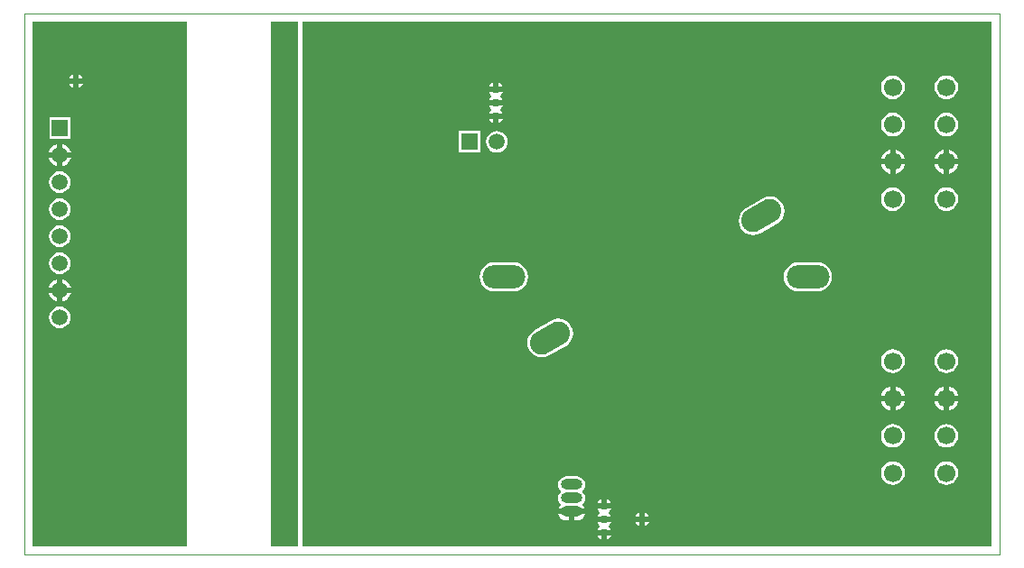
<source format=gbl>
G04*
G04 #@! TF.GenerationSoftware,Altium Limited,Altium Designer,19.1.8 (144)*
G04*
G04 Layer_Physical_Order=2*
G04 Layer_Color=16711680*
%FSLAX25Y25*%
%MOIN*%
G70*
G01*
G75*
%ADD19C,0.00010*%
%ADD60C,0.05906*%
%ADD61R,0.05906X0.05906*%
G04:AMPARAMS|DCode=62|XSize=157.48mil|YSize=86.61mil|CornerRadius=0mil|HoleSize=0mil|Usage=FLASHONLY|Rotation=210.000|XOffset=0mil|YOffset=0mil|HoleType=Round|Shape=Round|*
%AMOVALD62*
21,1,0.07087,0.08661,0.00000,0.00000,210.0*
1,1,0.08661,0.03069,0.01772*
1,1,0.08661,-0.03069,-0.01772*
%
%ADD62OVALD62*%

%ADD63O,0.15748X0.08661*%
%ADD64C,0.06693*%
%ADD65O,0.07874X0.03937*%
%ADD66O,0.07874X0.03937*%
%ADD67R,0.05906X0.05906*%
%ADD68C,0.03000*%
%ADD69C,0.02400*%
G36*
X60000Y196974D02*
Y3026D01*
X3026D01*
Y196974D01*
X60000D01*
D02*
G37*
G36*
X100971D02*
Y3026D01*
X100500Y3026D01*
X91148D01*
Y196974D01*
X100971D01*
D02*
G37*
G36*
X356974Y196974D02*
X356974Y3026D01*
X102500Y3026D01*
Y196974D01*
X356974Y196974D01*
D02*
G37*
%LPC*%
G36*
X20000Y177508D02*
Y176000D01*
X21508D01*
X21358Y176362D01*
X20926Y176926D01*
X20362Y177358D01*
X20000Y177508D01*
D02*
G37*
G36*
X18000D02*
X17638Y177358D01*
X17074Y176926D01*
X16642Y176362D01*
X16492Y176000D01*
X18000D01*
Y177508D01*
D02*
G37*
G36*
X21508Y174000D02*
X20000D01*
Y172492D01*
X20362Y172642D01*
X20926Y173074D01*
X21358Y173638D01*
X21508Y174000D01*
D02*
G37*
G36*
X18000D02*
X16492D01*
X16642Y173638D01*
X17074Y173074D01*
X17638Y172642D01*
X18000Y172492D01*
Y174000D01*
D02*
G37*
G36*
X17063Y161610D02*
X9157D01*
Y153705D01*
X17063D01*
Y161610D01*
D02*
G37*
G36*
X14110Y151714D02*
Y148658D01*
X17167D01*
X17156Y148742D01*
X16738Y149752D01*
X16072Y150619D01*
X15204Y151285D01*
X14194Y151703D01*
X14110Y151714D01*
D02*
G37*
G36*
X12110D02*
X12026Y151703D01*
X11016Y151285D01*
X10148Y150619D01*
X9483Y149752D01*
X9064Y148742D01*
X9053Y148658D01*
X12110D01*
Y151714D01*
D02*
G37*
G36*
X17167Y146658D02*
X14110D01*
Y143600D01*
X14194Y143612D01*
X15204Y144030D01*
X16072Y144696D01*
X16738Y145563D01*
X17156Y146573D01*
X17167Y146658D01*
D02*
G37*
G36*
X12110D02*
X9053D01*
X9064Y146573D01*
X9483Y145563D01*
X10148Y144696D01*
X11016Y144030D01*
X12026Y143612D01*
X12110Y143600D01*
Y146658D01*
D02*
G37*
G36*
X13110Y141644D02*
X12078Y141508D01*
X11117Y141110D01*
X10291Y140477D01*
X9657Y139651D01*
X9259Y138689D01*
X9123Y137657D01*
X9259Y136626D01*
X9657Y135664D01*
X10291Y134838D01*
X11117Y134205D01*
X12078Y133807D01*
X13110Y133671D01*
X14142Y133807D01*
X15104Y134205D01*
X15929Y134838D01*
X16563Y135664D01*
X16961Y136626D01*
X17097Y137657D01*
X16961Y138689D01*
X16563Y139651D01*
X15929Y140477D01*
X15104Y141110D01*
X14142Y141508D01*
X13110Y141644D01*
D02*
G37*
G36*
Y131644D02*
X12078Y131509D01*
X11117Y131110D01*
X10291Y130477D01*
X9657Y129651D01*
X9259Y128689D01*
X9123Y127657D01*
X9259Y126626D01*
X9657Y125664D01*
X10291Y124838D01*
X11117Y124205D01*
X12078Y123807D01*
X13110Y123671D01*
X14142Y123807D01*
X15104Y124205D01*
X15929Y124838D01*
X16563Y125664D01*
X16961Y126626D01*
X17097Y127657D01*
X16961Y128689D01*
X16563Y129651D01*
X15929Y130477D01*
X15104Y131110D01*
X14142Y131509D01*
X13110Y131644D01*
D02*
G37*
G36*
Y121644D02*
X12078Y121509D01*
X11117Y121110D01*
X10291Y120477D01*
X9657Y119651D01*
X9259Y118689D01*
X9123Y117657D01*
X9259Y116626D01*
X9657Y115664D01*
X10291Y114838D01*
X11117Y114205D01*
X12078Y113806D01*
X13110Y113671D01*
X14142Y113806D01*
X15104Y114205D01*
X15929Y114838D01*
X16563Y115664D01*
X16961Y116626D01*
X17097Y117657D01*
X16961Y118689D01*
X16563Y119651D01*
X15929Y120477D01*
X15104Y121110D01*
X14142Y121509D01*
X13110Y121644D01*
D02*
G37*
G36*
Y111644D02*
X12078Y111509D01*
X11117Y111110D01*
X10291Y110477D01*
X9657Y109651D01*
X9259Y108689D01*
X9123Y107658D01*
X9259Y106626D01*
X9657Y105664D01*
X10291Y104838D01*
X11117Y104205D01*
X12078Y103806D01*
X13110Y103671D01*
X14142Y103806D01*
X15104Y104205D01*
X15929Y104838D01*
X16563Y105664D01*
X16961Y106626D01*
X17097Y107658D01*
X16961Y108689D01*
X16563Y109651D01*
X15929Y110477D01*
X15104Y111110D01*
X14142Y111509D01*
X13110Y111644D01*
D02*
G37*
G36*
X14110Y101714D02*
Y98658D01*
X17167D01*
X17156Y98742D01*
X16738Y99752D01*
X16072Y100619D01*
X15204Y101285D01*
X14194Y101703D01*
X14110Y101714D01*
D02*
G37*
G36*
X12110D02*
X12026Y101703D01*
X11016Y101285D01*
X10148Y100619D01*
X9483Y99752D01*
X9064Y98742D01*
X9053Y98658D01*
X12110D01*
Y101714D01*
D02*
G37*
G36*
X17167Y96658D02*
X14110D01*
Y93600D01*
X14194Y93612D01*
X15204Y94030D01*
X16072Y94696D01*
X16738Y95563D01*
X17156Y96573D01*
X17167Y96658D01*
D02*
G37*
G36*
X12110D02*
X9053D01*
X9064Y96573D01*
X9483Y95563D01*
X10148Y94696D01*
X11016Y94030D01*
X12026Y93612D01*
X12110Y93600D01*
Y96658D01*
D02*
G37*
G36*
X13110Y91644D02*
X12078Y91509D01*
X11117Y91110D01*
X10291Y90477D01*
X9657Y89651D01*
X9259Y88689D01*
X9123Y87657D01*
X9259Y86626D01*
X9657Y85664D01*
X10291Y84838D01*
X11117Y84205D01*
X12078Y83807D01*
X13110Y83671D01*
X14142Y83807D01*
X15104Y84205D01*
X15929Y84838D01*
X16563Y85664D01*
X16961Y86626D01*
X17097Y87657D01*
X16961Y88689D01*
X16563Y89651D01*
X15929Y90477D01*
X15104Y91110D01*
X14142Y91509D01*
X13110Y91644D01*
D02*
G37*
G36*
X175000Y174508D02*
Y173000D01*
X176508D01*
X176358Y173362D01*
X175926Y173926D01*
X175362Y174358D01*
X175000Y174508D01*
D02*
G37*
G36*
X173000D02*
X172638Y174358D01*
X172074Y173926D01*
X171642Y173362D01*
X171492Y173000D01*
X173000D01*
Y174508D01*
D02*
G37*
G36*
X340295Y177101D02*
X339161Y176951D01*
X338103Y176513D01*
X337195Y175817D01*
X336499Y174908D01*
X336061Y173851D01*
X335911Y172716D01*
X336061Y171582D01*
X336499Y170525D01*
X337195Y169617D01*
X338103Y168920D01*
X339161Y168482D01*
X340295Y168333D01*
X341430Y168482D01*
X342487Y168920D01*
X343395Y169617D01*
X344092Y170525D01*
X344530Y171582D01*
X344679Y172716D01*
X344530Y173851D01*
X344092Y174908D01*
X343395Y175817D01*
X342487Y176513D01*
X341430Y176951D01*
X340295Y177101D01*
D02*
G37*
G36*
X320610D02*
X319476Y176951D01*
X318418Y176513D01*
X317510Y175817D01*
X316814Y174908D01*
X316376Y173851D01*
X316226Y172716D01*
X316376Y171582D01*
X316814Y170525D01*
X317510Y169617D01*
X318418Y168920D01*
X319476Y168482D01*
X320610Y168333D01*
X321745Y168482D01*
X322802Y168920D01*
X323710Y169617D01*
X324407Y170525D01*
X324845Y171582D01*
X324994Y172716D01*
X324845Y173851D01*
X324407Y174908D01*
X323710Y175817D01*
X322802Y176513D01*
X321745Y176951D01*
X320610Y177101D01*
D02*
G37*
G36*
X176508Y171000D02*
X171492D01*
X171642Y170638D01*
X172074Y170074D01*
X172429Y169802D01*
X172450Y169758D01*
Y169242D01*
X172429Y169198D01*
X172074Y168926D01*
X171642Y168362D01*
X171492Y168000D01*
X176508D01*
X176358Y168362D01*
X175926Y168926D01*
X175571Y169198D01*
X175550Y169242D01*
Y169758D01*
X175571Y169802D01*
X175926Y170074D01*
X176358Y170638D01*
X176508Y171000D01*
D02*
G37*
G36*
Y166000D02*
X171492D01*
X171642Y165638D01*
X172074Y165074D01*
X172429Y164802D01*
X172450Y164758D01*
Y164242D01*
X172429Y164198D01*
X172074Y163926D01*
X171642Y163362D01*
X171492Y163000D01*
X176508D01*
X176358Y163362D01*
X175926Y163926D01*
X175571Y164198D01*
X175550Y164242D01*
Y164758D01*
X175571Y164802D01*
X175926Y165074D01*
X176358Y165638D01*
X176508Y166000D01*
D02*
G37*
G36*
Y161000D02*
X175000D01*
Y159492D01*
X175362Y159642D01*
X175926Y160074D01*
X176358Y160638D01*
X176508Y161000D01*
D02*
G37*
G36*
X173000D02*
X171492D01*
X171642Y160638D01*
X172074Y160074D01*
X172638Y159642D01*
X173000Y159492D01*
Y161000D01*
D02*
G37*
G36*
X340295Y163321D02*
X339161Y163172D01*
X338103Y162734D01*
X337195Y162037D01*
X336499Y161129D01*
X336061Y160072D01*
X335911Y158937D01*
X336061Y157802D01*
X336499Y156745D01*
X337195Y155837D01*
X338103Y155140D01*
X339161Y154702D01*
X340295Y154553D01*
X341430Y154702D01*
X342487Y155140D01*
X343395Y155837D01*
X344092Y156745D01*
X344530Y157802D01*
X344679Y158937D01*
X344530Y160072D01*
X344092Y161129D01*
X343395Y162037D01*
X342487Y162734D01*
X341430Y163172D01*
X340295Y163321D01*
D02*
G37*
G36*
X320610D02*
X319476Y163172D01*
X318418Y162734D01*
X317510Y162037D01*
X316814Y161129D01*
X316376Y160072D01*
X316226Y158937D01*
X316376Y157802D01*
X316814Y156745D01*
X317510Y155837D01*
X318418Y155140D01*
X319476Y154702D01*
X320610Y154553D01*
X321745Y154702D01*
X322802Y155140D01*
X323710Y155837D01*
X324407Y156745D01*
X324845Y157802D01*
X324994Y158937D01*
X324845Y160072D01*
X324407Y161129D01*
X323710Y162037D01*
X322802Y162734D01*
X321745Y163172D01*
X320610Y163321D01*
D02*
G37*
G36*
X168323Y156512D02*
X160417D01*
Y148606D01*
X168323D01*
Y156512D01*
D02*
G37*
G36*
X174370Y156546D02*
X173338Y156410D01*
X172377Y156012D01*
X171551Y155378D01*
X170917Y154552D01*
X170519Y153591D01*
X170383Y152559D01*
X170519Y151527D01*
X170917Y150566D01*
X171551Y149740D01*
X172377Y149106D01*
X173338Y148708D01*
X174370Y148572D01*
X175402Y148708D01*
X176364Y149106D01*
X177189Y149740D01*
X177823Y150566D01*
X178221Y151527D01*
X178357Y152559D01*
X178221Y153591D01*
X177823Y154552D01*
X177189Y155378D01*
X176364Y156012D01*
X175402Y156410D01*
X174370Y156546D01*
D02*
G37*
G36*
X341295Y149611D02*
Y146158D01*
X344749D01*
X344725Y146344D01*
X344267Y147450D01*
X343538Y148400D01*
X342588Y149129D01*
X341482Y149587D01*
X341295Y149611D01*
D02*
G37*
G36*
X321610D02*
Y146158D01*
X325064D01*
X325040Y146344D01*
X324582Y147450D01*
X323853Y148400D01*
X322903Y149129D01*
X321797Y149587D01*
X321610Y149611D01*
D02*
G37*
G36*
X339295D02*
X339108Y149587D01*
X338002Y149129D01*
X337053Y148400D01*
X336324Y147450D01*
X335866Y146344D01*
X335841Y146158D01*
X339295D01*
Y149611D01*
D02*
G37*
G36*
X319610D02*
X319423Y149587D01*
X318317Y149129D01*
X317368Y148400D01*
X316639Y147450D01*
X316181Y146344D01*
X316156Y146158D01*
X319610D01*
Y149611D01*
D02*
G37*
G36*
X325064Y144158D02*
X321610D01*
Y140703D01*
X321797Y140728D01*
X322903Y141186D01*
X323853Y141915D01*
X324582Y142865D01*
X325040Y143971D01*
X325064Y144158D01*
D02*
G37*
G36*
X344749D02*
X341295D01*
Y140703D01*
X341482Y140728D01*
X342588Y141186D01*
X343538Y141915D01*
X344267Y142865D01*
X344725Y143971D01*
X344749Y144158D01*
D02*
G37*
G36*
X339295D02*
X335841D01*
X335866Y143971D01*
X336324Y142865D01*
X337053Y141915D01*
X338002Y141186D01*
X339108Y140728D01*
X339295Y140703D01*
Y144158D01*
D02*
G37*
G36*
X319610D02*
X316156D01*
X316181Y143971D01*
X316639Y142865D01*
X317368Y141915D01*
X318317Y141186D01*
X319423Y140728D01*
X319610Y140703D01*
Y144158D01*
D02*
G37*
G36*
X340295Y135762D02*
X339161Y135612D01*
X338103Y135175D01*
X337195Y134478D01*
X336499Y133570D01*
X336061Y132513D01*
X335911Y131378D01*
X336061Y130243D01*
X336499Y129186D01*
X337195Y128278D01*
X338103Y127581D01*
X339161Y127143D01*
X340295Y126994D01*
X341430Y127143D01*
X342487Y127581D01*
X343395Y128278D01*
X344092Y129186D01*
X344530Y130243D01*
X344679Y131378D01*
X344530Y132513D01*
X344092Y133570D01*
X343395Y134478D01*
X342487Y135175D01*
X341430Y135612D01*
X340295Y135762D01*
D02*
G37*
G36*
X320610D02*
X319476Y135612D01*
X318418Y135175D01*
X317510Y134478D01*
X316814Y133570D01*
X316376Y132513D01*
X316226Y131378D01*
X316376Y130243D01*
X316814Y129186D01*
X317510Y128278D01*
X318418Y127581D01*
X319476Y127143D01*
X320610Y126994D01*
X321745Y127143D01*
X322802Y127581D01*
X323710Y128278D01*
X324407Y129186D01*
X324845Y130243D01*
X324994Y131378D01*
X324845Y132513D01*
X324407Y133570D01*
X323710Y134478D01*
X322802Y135175D01*
X321745Y135612D01*
X320610Y135762D01*
D02*
G37*
G36*
X275218Y132345D02*
X273827Y132162D01*
X272530Y131625D01*
X266393Y128082D01*
X265279Y127227D01*
X264425Y126114D01*
X263888Y124817D01*
X263704Y123425D01*
X263888Y122034D01*
X264425Y120737D01*
X265279Y119623D01*
X266393Y118769D01*
X267689Y118232D01*
X269081Y118049D01*
X270473Y118232D01*
X271769Y118769D01*
X277907Y122312D01*
X279020Y123167D01*
X279875Y124280D01*
X280412Y125577D01*
X280595Y126969D01*
X280412Y128360D01*
X279875Y129657D01*
X279020Y130770D01*
X277907Y131625D01*
X276610Y132162D01*
X275218Y132345D01*
D02*
G37*
G36*
X292756Y108034D02*
X285669D01*
X284278Y107851D01*
X282981Y107314D01*
X281867Y106459D01*
X281013Y105346D01*
X280476Y104049D01*
X280293Y102657D01*
X280476Y101266D01*
X281013Y99969D01*
X281867Y98856D01*
X282981Y98001D01*
X284278Y97464D01*
X285669Y97281D01*
X292756D01*
X294147Y97464D01*
X295444Y98001D01*
X296558Y98856D01*
X297412Y99969D01*
X297949Y101266D01*
X298133Y102657D01*
X297949Y104049D01*
X297412Y105346D01*
X296558Y106459D01*
X295444Y107314D01*
X294147Y107851D01*
X292756Y108034D01*
D02*
G37*
G36*
X180551D02*
X173465D01*
X172073Y107851D01*
X170776Y107314D01*
X169663Y106459D01*
X168808Y105346D01*
X168271Y104049D01*
X168088Y102657D01*
X168271Y101266D01*
X168808Y99969D01*
X169663Y98856D01*
X170776Y98001D01*
X172073Y97464D01*
X173465Y97281D01*
X180551D01*
X181943Y97464D01*
X183239Y98001D01*
X184353Y98856D01*
X185207Y99969D01*
X185745Y101266D01*
X185928Y102657D01*
X185745Y104049D01*
X185207Y105346D01*
X184353Y106459D01*
X183239Y107314D01*
X181943Y107851D01*
X180551Y108034D01*
D02*
G37*
G36*
X197140Y87168D02*
X195748Y86985D01*
X194451Y86448D01*
X188314Y82904D01*
X187200Y82050D01*
X186346Y80936D01*
X185809Y79640D01*
X185626Y78248D01*
X185809Y76856D01*
X186346Y75560D01*
X187200Y74446D01*
X188314Y73592D01*
X189611Y73054D01*
X191002Y72871D01*
X192394Y73054D01*
X193691Y73592D01*
X199828Y77135D01*
X200941Y77989D01*
X201796Y79103D01*
X202333Y80400D01*
X202516Y81791D01*
X202333Y83183D01*
X201796Y84480D01*
X200941Y85593D01*
X199828Y86448D01*
X198531Y86985D01*
X197140Y87168D01*
D02*
G37*
G36*
X340295Y75821D02*
X339161Y75672D01*
X338103Y75234D01*
X337195Y74537D01*
X336499Y73629D01*
X336061Y72572D01*
X335911Y71437D01*
X336061Y70302D01*
X336499Y69245D01*
X337195Y68337D01*
X338103Y67640D01*
X339161Y67202D01*
X340295Y67053D01*
X341430Y67202D01*
X342487Y67640D01*
X343395Y68337D01*
X344092Y69245D01*
X344530Y70302D01*
X344679Y71437D01*
X344530Y72572D01*
X344092Y73629D01*
X343395Y74537D01*
X342487Y75234D01*
X341430Y75672D01*
X340295Y75821D01*
D02*
G37*
G36*
X320610D02*
X319476Y75672D01*
X318418Y75234D01*
X317510Y74537D01*
X316814Y73629D01*
X316376Y72572D01*
X316226Y71437D01*
X316376Y70302D01*
X316814Y69245D01*
X317510Y68337D01*
X318418Y67640D01*
X319476Y67202D01*
X320610Y67053D01*
X321745Y67202D01*
X322802Y67640D01*
X323710Y68337D01*
X324407Y69245D01*
X324845Y70302D01*
X324994Y71437D01*
X324845Y72572D01*
X324407Y73629D01*
X323710Y74537D01*
X322802Y75234D01*
X321745Y75672D01*
X320610Y75821D01*
D02*
G37*
G36*
X341295Y62112D02*
Y58657D01*
X344749D01*
X344725Y58844D01*
X344267Y59950D01*
X343538Y60900D01*
X342588Y61629D01*
X341482Y62087D01*
X341295Y62112D01*
D02*
G37*
G36*
X321610D02*
Y58657D01*
X325064D01*
X325040Y58844D01*
X324582Y59950D01*
X323853Y60900D01*
X322903Y61629D01*
X321797Y62087D01*
X321610Y62112D01*
D02*
G37*
G36*
X339295D02*
X339108Y62087D01*
X338002Y61629D01*
X337053Y60900D01*
X336324Y59950D01*
X335866Y58844D01*
X335841Y58657D01*
X339295D01*
Y62112D01*
D02*
G37*
G36*
X319610D02*
X319423Y62087D01*
X318317Y61629D01*
X317368Y60900D01*
X316639Y59950D01*
X316181Y58844D01*
X316156Y58657D01*
X319610D01*
Y62112D01*
D02*
G37*
G36*
X344749Y56657D02*
X341295D01*
Y53203D01*
X341482Y53228D01*
X342588Y53686D01*
X343538Y54415D01*
X344267Y55365D01*
X344725Y56471D01*
X344749Y56657D01*
D02*
G37*
G36*
X325064D02*
X321610D01*
Y53203D01*
X321797Y53228D01*
X322903Y53686D01*
X323853Y54415D01*
X324582Y55365D01*
X325040Y56471D01*
X325064Y56657D01*
D02*
G37*
G36*
X339295D02*
X335841D01*
X335866Y56471D01*
X336324Y55365D01*
X337053Y54415D01*
X338002Y53686D01*
X339108Y53228D01*
X339295Y53203D01*
Y56657D01*
D02*
G37*
G36*
X319610D02*
X316156D01*
X316181Y56471D01*
X316639Y55365D01*
X317368Y54415D01*
X318317Y53686D01*
X319423Y53228D01*
X319610Y53203D01*
Y56657D01*
D02*
G37*
G36*
X340295Y48262D02*
X339161Y48112D01*
X338103Y47675D01*
X337195Y46978D01*
X336499Y46070D01*
X336061Y45013D01*
X335911Y43878D01*
X336061Y42743D01*
X336499Y41686D01*
X337195Y40778D01*
X338103Y40081D01*
X339161Y39643D01*
X340295Y39494D01*
X341430Y39643D01*
X342487Y40081D01*
X343395Y40778D01*
X344092Y41686D01*
X344530Y42743D01*
X344679Y43878D01*
X344530Y45013D01*
X344092Y46070D01*
X343395Y46978D01*
X342487Y47675D01*
X341430Y48112D01*
X340295Y48262D01*
D02*
G37*
G36*
X320610D02*
X319476Y48112D01*
X318418Y47675D01*
X317510Y46978D01*
X316814Y46070D01*
X316376Y45013D01*
X316226Y43878D01*
X316376Y42743D01*
X316814Y41686D01*
X317510Y40778D01*
X318418Y40081D01*
X319476Y39643D01*
X320610Y39494D01*
X321745Y39643D01*
X322802Y40081D01*
X323710Y40778D01*
X324407Y41686D01*
X324845Y42743D01*
X324994Y43878D01*
X324845Y45013D01*
X324407Y46070D01*
X323710Y46978D01*
X322802Y47675D01*
X321745Y48112D01*
X320610Y48262D01*
D02*
G37*
G36*
X340295Y34482D02*
X339161Y34333D01*
X338103Y33895D01*
X337195Y33198D01*
X336499Y32290D01*
X336061Y31233D01*
X335911Y30098D01*
X336061Y28964D01*
X336499Y27907D01*
X337195Y26998D01*
X338103Y26302D01*
X339161Y25864D01*
X340295Y25714D01*
X341430Y25864D01*
X342487Y26302D01*
X343395Y26998D01*
X344092Y27907D01*
X344530Y28964D01*
X344679Y30098D01*
X344530Y31233D01*
X344092Y32290D01*
X343395Y33198D01*
X342487Y33895D01*
X341430Y34333D01*
X340295Y34482D01*
D02*
G37*
G36*
X320610D02*
X319476Y34333D01*
X318418Y33895D01*
X317510Y33198D01*
X316814Y32290D01*
X316376Y31233D01*
X316226Y30098D01*
X316376Y28964D01*
X316814Y27907D01*
X317510Y26998D01*
X318418Y26302D01*
X319476Y25864D01*
X320610Y25714D01*
X321745Y25864D01*
X322802Y26302D01*
X323710Y26998D01*
X324407Y27907D01*
X324845Y28964D01*
X324994Y30098D01*
X324845Y31233D01*
X324407Y32290D01*
X323710Y33198D01*
X322802Y33895D01*
X321745Y34333D01*
X320610Y34482D01*
D02*
G37*
G36*
X215000Y20508D02*
Y19000D01*
X216508D01*
X216358Y19362D01*
X215926Y19926D01*
X215362Y20358D01*
X215000Y20508D01*
D02*
G37*
G36*
X213000D02*
X212638Y20358D01*
X212074Y19926D01*
X211642Y19362D01*
X211492Y19000D01*
X213000D01*
Y20508D01*
D02*
G37*
G36*
X203976Y28860D02*
X200039D01*
X199264Y28758D01*
X198542Y28459D01*
X197922Y27983D01*
X197446Y27363D01*
X197147Y26641D01*
X197045Y25866D01*
X197147Y25091D01*
X197446Y24369D01*
X197922Y23749D01*
X198095Y23616D01*
Y23116D01*
X197922Y22983D01*
X197446Y22363D01*
X197147Y21641D01*
X197045Y20866D01*
X197147Y20091D01*
X197446Y19369D01*
X197922Y18749D01*
X197931Y18742D01*
Y18242D01*
X197780Y18126D01*
X197272Y17464D01*
X197024Y16866D01*
X202008D01*
X206992D01*
X206744Y17464D01*
X206236Y18126D01*
X206085Y18242D01*
Y18742D01*
X206094Y18749D01*
X206569Y19369D01*
X206869Y20091D01*
X206971Y20866D01*
X206869Y21641D01*
X206569Y22363D01*
X206094Y22983D01*
X205920Y23116D01*
Y23616D01*
X206094Y23749D01*
X206569Y24369D01*
X206869Y25091D01*
X206971Y25866D01*
X206869Y26641D01*
X206569Y27363D01*
X206094Y27983D01*
X205473Y28459D01*
X204751Y28758D01*
X203976Y28860D01*
D02*
G37*
G36*
X229000Y15508D02*
Y14000D01*
X230508D01*
X230358Y14362D01*
X229926Y14926D01*
X229362Y15358D01*
X229000Y15508D01*
D02*
G37*
G36*
X227000D02*
X226638Y15358D01*
X226074Y14926D01*
X225642Y14362D01*
X225492Y14000D01*
X227000D01*
Y15508D01*
D02*
G37*
G36*
X216508Y17000D02*
X211492D01*
X211642Y16638D01*
X212074Y16074D01*
X212429Y15802D01*
X212450Y15758D01*
Y15242D01*
X212429Y15198D01*
X212074Y14926D01*
X211642Y14362D01*
X211492Y14000D01*
X216508D01*
X216358Y14362D01*
X215926Y14926D01*
X215571Y15198D01*
X215550Y15242D01*
Y15758D01*
X215571Y15802D01*
X215926Y16074D01*
X216358Y16638D01*
X216508Y17000D01*
D02*
G37*
G36*
X206992Y14866D02*
X203008D01*
Y12670D01*
X203976D01*
X204803Y12779D01*
X205574Y13098D01*
X206236Y13606D01*
X206744Y14268D01*
X206992Y14866D01*
D02*
G37*
G36*
X201008D02*
X197024D01*
X197272Y14268D01*
X197780Y13606D01*
X198442Y13098D01*
X199212Y12779D01*
X200039Y12670D01*
X201008D01*
Y14866D01*
D02*
G37*
G36*
X230508Y12000D02*
X229000D01*
Y10492D01*
X229362Y10642D01*
X229926Y11074D01*
X230358Y11638D01*
X230508Y12000D01*
D02*
G37*
G36*
X227000D02*
X225492D01*
X225642Y11638D01*
X226074Y11074D01*
X226638Y10642D01*
X227000Y10492D01*
Y12000D01*
D02*
G37*
G36*
X216508D02*
X211492D01*
X211642Y11638D01*
X212074Y11074D01*
X212429Y10802D01*
X212450Y10758D01*
Y10242D01*
X212429Y10198D01*
X212074Y9926D01*
X211642Y9362D01*
X211492Y9000D01*
X216508D01*
X216358Y9362D01*
X215926Y9926D01*
X215571Y10198D01*
X215550Y10242D01*
Y10758D01*
X215571Y10802D01*
X215926Y11074D01*
X216358Y11638D01*
X216508Y12000D01*
D02*
G37*
G36*
Y7000D02*
X215000D01*
Y5492D01*
X215362Y5642D01*
X215926Y6074D01*
X216358Y6638D01*
X216508Y7000D01*
D02*
G37*
G36*
X213000D02*
X211492D01*
X211642Y6638D01*
X212074Y6074D01*
X212638Y5642D01*
X213000Y5492D01*
Y7000D01*
D02*
G37*
%LPD*%
D19*
X360005Y200000D02*
G03*
X360000Y200005I-5J0D01*
G01*
X360005Y200000D02*
G03*
X360000Y200005I-5J0D01*
G01*
X360000Y-5D02*
G03*
X360005Y0I0J5D01*
G01*
X360000Y-5D02*
G03*
X360005Y0I0J5D01*
G01*
X0Y200005D02*
G03*
X-5Y200000I0J-5D01*
G01*
X0Y200005D02*
G03*
X-5Y200000I0J-5D01*
G01*
Y0D02*
G03*
X0Y-5I5J0D01*
G01*
X-5Y0D02*
G03*
X0Y-5I5J0D01*
G01*
X360005Y200000D02*
X360005Y0D01*
X0Y200005D02*
X360000Y200005D01*
X0Y-5D02*
X360000Y-5D01*
X-5Y0D02*
Y200000D01*
D60*
X174370Y152559D02*
D03*
X13110Y147658D02*
D03*
Y137657D02*
D03*
Y127657D02*
D03*
Y117657D02*
D03*
Y107658D02*
D03*
Y97658D02*
D03*
Y87657D02*
D03*
D61*
X164370Y152559D02*
D03*
D62*
X272150Y125197D02*
D03*
X194071Y80020D02*
D03*
D63*
X289213Y102657D02*
D03*
X177008D02*
D03*
D64*
X320610Y71437D02*
D03*
Y57657D02*
D03*
Y43878D02*
D03*
Y30098D02*
D03*
X340295Y71437D02*
D03*
Y57657D02*
D03*
Y43878D02*
D03*
Y30098D02*
D03*
X320610Y172716D02*
D03*
Y158937D02*
D03*
Y145158D02*
D03*
Y131378D02*
D03*
X340295Y172716D02*
D03*
Y158937D02*
D03*
Y145158D02*
D03*
Y131378D02*
D03*
D65*
X202008Y15866D02*
D03*
Y25866D02*
D03*
D66*
Y20866D02*
D03*
D67*
X13110Y157658D02*
D03*
D68*
X214000Y18000D02*
D03*
Y8000D02*
D03*
X174000Y162000D02*
D03*
Y172000D02*
D03*
Y167000D02*
D03*
X19000Y175000D02*
D03*
X228000Y13000D02*
D03*
X214000D02*
D03*
D69*
X142250Y147000D02*
D03*
Y138000D02*
D03*
Y129000D02*
D03*
X135500Y7500D02*
D03*
X131000D02*
D03*
X128750Y84000D02*
D03*
Y12000D02*
D03*
X126500Y7500D02*
D03*
X124250Y84000D02*
D03*
Y12000D02*
D03*
X122000Y7500D02*
D03*
X119750Y84000D02*
D03*
X117500Y7500D02*
D03*
X115250Y84000D02*
D03*
X113000Y7500D02*
D03*
X108500Y169500D02*
D03*
Y124500D02*
D03*
Y88500D02*
D03*
X110750Y84000D02*
D03*
Y21000D02*
D03*
X108500Y16500D02*
D03*
X110750Y12000D02*
D03*
X108500Y7500D02*
D03*
X104000Y169500D02*
D03*
X106250Y165000D02*
D03*
Y129000D02*
D03*
X104000Y124500D02*
D03*
X106250Y93000D02*
D03*
X104000Y88500D02*
D03*
X106250Y84000D02*
D03*
Y21000D02*
D03*
X104000Y16500D02*
D03*
X106250Y12000D02*
D03*
X104000Y7500D02*
D03*
X98000Y193500D02*
D03*
X99500Y190500D02*
D03*
X98000Y157500D02*
D03*
X99500Y154500D02*
D03*
X98000Y151500D02*
D03*
X99500Y118500D02*
D03*
X98000Y115500D02*
D03*
Y43500D02*
D03*
X99500Y40500D02*
D03*
X95000Y193500D02*
D03*
X96500Y190500D02*
D03*
X95000Y157500D02*
D03*
X96500Y154500D02*
D03*
X95000Y151500D02*
D03*
X96500Y118500D02*
D03*
X95000Y115500D02*
D03*
Y43500D02*
D03*
X96500Y40500D02*
D03*
X57500Y58500D02*
D03*
Y130500D02*
D03*
X53000Y19500D02*
D03*
X39500Y136500D02*
D03*
X54500Y130500D02*
D03*
X53000Y169500D02*
D03*
X56000Y19500D02*
D03*
X57500Y22500D02*
D03*
X51500D02*
D03*
X45500Y130500D02*
D03*
X42500D02*
D03*
X56000Y169500D02*
D03*
X45500Y94500D02*
D03*
X44000Y169500D02*
D03*
X51500Y130500D02*
D03*
X47000Y19500D02*
D03*
X48500Y94500D02*
D03*
X51500D02*
D03*
X41000Y19500D02*
D03*
X54500Y58500D02*
D03*
X39500Y94500D02*
D03*
X50000Y169500D02*
D03*
X47000D02*
D03*
X48500Y130500D02*
D03*
X39500D02*
D03*
X53000Y133500D02*
D03*
X51500Y58500D02*
D03*
X42500Y94500D02*
D03*
X50000Y19500D02*
D03*
X54500Y94500D02*
D03*
X57500D02*
D03*
X38000Y19500D02*
D03*
X44000D02*
D03*
X56000Y133500D02*
D03*
M02*

</source>
